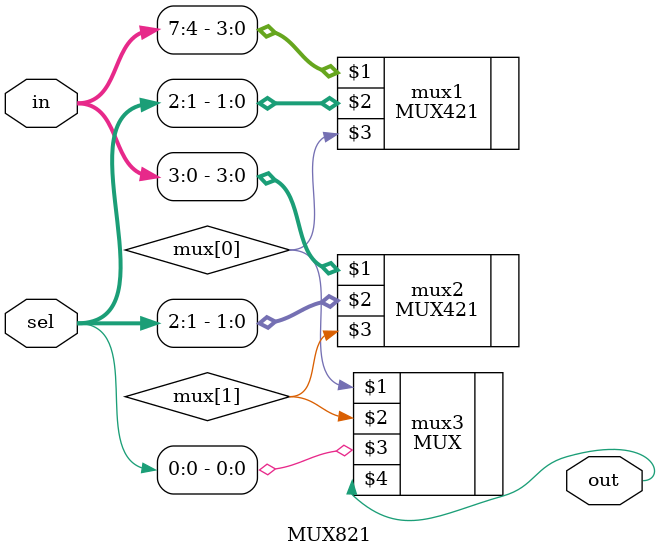
<source format=v>
`include "421mux.v"
module MUX821(in, sel, out);
  input 	[7:0] in;
  input 	[2:0] sel;
  output 	out;
  reg 		out;
  wire 		mux[2:0];

  MUX421 mux1(in[7:4], sel[2:1], mux[0]);
  MUX421 mux2(in[3:0], sel[2:1], mux[1]);
  MUX	 mux3(mux[0], mux[1], sel[0], out);
endmodule

</source>
